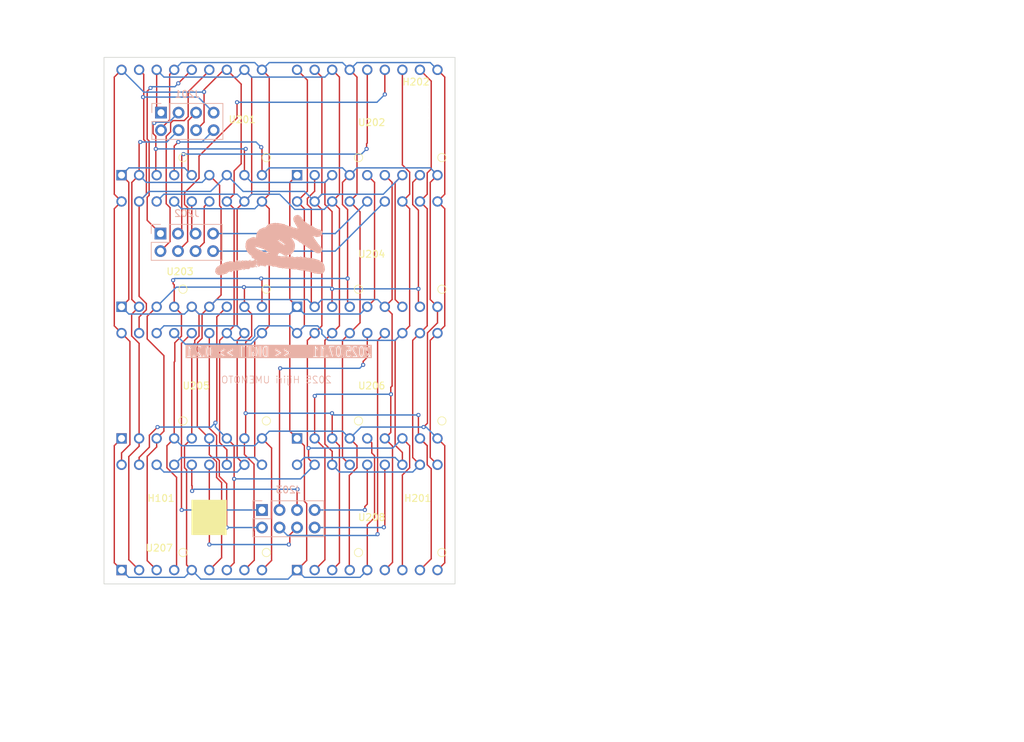
<source format=kicad_pcb>
(kicad_pcb (version 20241229) (generator "pcbnew") (generator_version "9.0")
  (layers (0 "F.Cu" signal) (2 "B.Cu" signal) (13 "F.Paste" user) (15 "B.Paste" user) (5 "F.SilkS" user "F.Silkscreen") (7 "B.SilkS" user "B.Silkscreen") (1 "F.Mask" user) (3 "B.Mask" user) (25 "Edge.Cuts" user))
  (net 0 "")
  (net 1 "COM5")
  (net 2 "COM7")
  (net 3 "COM6")
  (net 4 "COM3")
  (net 5 "COM0")
  (net 6 "COM4")
  (net 7 "COM2")
  (net 8 "COM1")
  (net 9 "ROW7")
  (net 10 "ROW5")
  (net 11 "ROW1")
  (net 12 "ROW6")
  (net 13 "ROW0")
  (net 14 "ROW2")
  (net 15 "ROW4")
  (net 16 "ROW3")
  (net 17 "ROW13")
  (net 18 "ROW10")
  (net 19 "ROW15")
  (net 20 "ROW9")
  (net 21 "ROW12")
  (net 22 "ROW14")
  (net 23 "ROW8")
  (net 24 "ROW11")
  (footprint "7seg-panel:SL-9263" (layer "F.Cu") (at 78.74 106.045)
    (property "Reference" "U206")
    (property "Value" "DA56-11EWA")
  )
  (footprint "7seg-panel:SL-9263" (layer "F.Cu") (at 78.74 67.945)
    (property "Reference" "U202")
    (property "Value" "DA56-11EWA")
  )
  (footprint "MountingHole:MountingHole_3.2mm_M3" (layer "F.Cu") (at 96.2 58.9 90)
    (property "Reference" "H202")
    (property "Value" "MountingHole")
  )
  (footprint "7seg-panel:SL-9263" (layer "F.Cu") (at 53.34 106.045)
    (property "Reference" "U205")
    (property "Value" "DA56-11EWA")
  )
  (footprint "7seg-panel:SL-9263" (layer "F.Cu") (at 53.34 67.945)
    (property "Reference" "U201")
    (property "Value" "DA56-11EWA")
  )
  (footprint "7seg-panel:SL-9263" (layer "F.Cu") (at 78.74 125.095)
    (property "Reference" "U208")
    (property "Value" "DA56-11EWA")
  )
  (footprint "MountingHole:MountingHole_3.2mm_M3" (layer "F.Cu") (at 59.05 118.9)
    (property "Reference" "H101")
    (property "Value" "MountingHole")
  )
  (footprint "7seg-panel:SL-9263" (layer "F.Cu") (at 78.74 86.995)
    (property "Reference" "U204")
    (property "Value" "DA56-11EWA")
  )
  (footprint "7seg-panel:SL-9263" (layer "F.Cu") (at 53.34 86.995)
    (property "Reference" "U203")
    (property "Value" "DA56-11EWA")
  )
  (footprint "7seg-panel:SL-9263" (layer "F.Cu") (at 53.34 125.095)
    (property "Reference" "U207")
    (property "Value" "DA56-11EWA")
  )
  (footprint "MountingHole:MountingHole_3.2mm_M3" (layer "F.Cu") (at 96.2 118.9)
    (property "Reference" "H201")
    (property "Value" "MountingHole")
  )
  (footprint "Connector_PinHeader_2.54mm:PinHeader_2x04_P2.54mm_Vertical" (layer "B.Cu") (at 73.66 116.4 -90)
    (property "Reference" "J203")
    (property "Value" "Conn_02x04_Odd_Even")
  )
  (footprint "LOGO" (layer "B.Cu") (at 76.55 78.15 180)
    (property "Reference" "G***" (hide yes))
    (property "Value" "LOGO" (hide yes))
  )
  (footprint "Connector_PinHeader_2.54mm:PinHeader_2x04_P2.54mm_Vertical" (layer "B.Cu") (at 58.97 76.4 -90)
    (property "Reference" "J202")
    (property "Value" "Conn_02x04_Odd_Even")
  )
  (footprint "Connector_PinHeader_2.54mm:PinHeader_2x04_P2.54mm_Vertical" (layer "B.Cu") (at 59.05 58.9 -90)
    (property "Reference" "J201")
    (property "Value" "Conn_02x04_Odd_Even")
  )
  (gr_rect (start 63.5 114.975) (end 68.5 119.975) (stroke (width 0.1)) (fill yes) (layer "F.SilkS"))
  (gr_rect (start 50.8 50.9) (end 101.6 127.1) (stroke (width 0.1)) (fill no) (layer "Edge.Cuts"))
  (gr_text "2025 Hijiri UMEMOTO" (at 83.8 98.15 -0) (layer "B.SilkS") (effects (font (size 1 1) (thickness 0.1)) (justify left bottom mirror)))
  (gr_text "2025.07.11    << DIGITI >> 0.2.1" (at 89.55 94.4 0) (layer "B.SilkS" knockout) (effects (font (size 1.5 1) (thickness 0.1)) (justify left bottom mirror)))
  (segment (start 93.98 66.460075) (end 95.03 67.510075) (width 0.2) (layer "F.Cu") (net 1))
  (segment (start 52.29 89.755) (end 52.29 72.805) (width 0.2) (layer "F.Cu") (net 1))
  (segment (start 93.98 90.805) (end 95.03 89.755) (width 0.2) (layer "F.Cu") (net 1))
  (segment (start 53.34 109.855) (end 53.34 108.145) (width 0.2) (layer "F.Cu") (net 1))
  (segment (start 93.98 52.705) (end 93.98 66.460075) (width 0.2) (layer "F.Cu") (net 1))
  (segment (start 54.55 92.015) (end 53.34 90.805) (width 0.2) (layer "F.Cu") (net 1))
  (segment (start 68.58 52.705) (end 68.146471 52.705) (width 0.2) (layer "F.Cu") (net 1))
  (segment (start 69.63 72.805) (end 68.58 71.755) (width 0.2) (layer "F.Cu") (net 1))
  (segment (start 68.58 107.68) (end 67.53 106.63) (width 0.2) (layer "F.Cu") (net 1))
  (segment (start 53.34 108.145) (end 54.55 106.935) (width 0.2) (layer "F.Cu") (net 1))
  (segment (start 68.146471 52.705) (end 65.625736 55.225736) (width 0.2) (layer "F.Cu") (net 1))
  (segment (start 79.79 72.805) (end 79.79 89.755) (width 0.2) (layer "F.Cu") (net 1))
  (segment (start 65.28 55.571472) (end 65.28 55.9) (width 0.2) (layer "F.Cu") (net 1))
  (segment (start 65.625736 55.225736) (end 65.28 55.571472) (width 0.2) (layer "F.Cu") (net 1))
  (segment (start 80.23 70.265) (end 78.74 71.755) (width 0.2) (layer "F.Cu") (net 1))
  (segment (start 78.74 52.705) (end 80.23 54.195) (width 0.2) (layer "F.Cu") (net 1))
  (segment (start 80.23 54.195) (end 80.23 70.265) (width 0.2) (layer "F.Cu") (net 1))
  (segment (start 52.29 53.755) (end 52.29 70.705) (width 0.2) (layer "F.Cu") (net 1))
  (segment (start 78.74 71.755) (end 79.79 72.805) (width 0.2) (layer "F.Cu") (net 1))
  (segment (start 95.03 89.755) (end 95.03 72.805) (width 0.2) (layer "F.Cu") (net 1))
  (segment (start 95.03 70.705) (end 93.98 71.755) (width 0.2) (layer "F.Cu") (net 1))
  (segment (start 93.98 108.08) (end 93.98 109.855) (width 0.2) (layer "F.Cu") (net 1))
  (segment (start 92.93 91.855) (end 92.93 107.03) (width 0.2) (layer "F.Cu") (net 1))
  (segment (start 67.53 106.63) (end 67.53 91.855) (width 0.2) (layer "F.Cu") (net 1))
  (segment (start 69.63 67.32) (end 69.63 70.705) (width 0.2) (layer "F.Cu") (net 1))
  (segment (start 69.63 70.705) (end 68.58 71.755) (width 0.2) (layer "F.Cu") (net 1))
  (segment (start 69.63 89.755) (end 69.63 72.805) (width 0.2) (layer "F.Cu") (net 1))
  (segment (start 65.28 60.29) (end 64.13 61.44) (width 0.2) (layer "F.Cu") (net 1))
  (segment (start 70.65 66.3) (end 69.63 67.32) (width 0.2) (layer "F.Cu") (net 1))
  (segment (start 95.03 67.510075) (end 95.03 70.705) (width 0.2) (layer "F.Cu") (net 1))
  (segment (start 68.58 52.705) (end 70.65 54.775) (width 0.2) (layer "F.Cu") (net 1))
  (segment (start 53.34 52.705) (end 52.29 53.755) (width 0.2) (layer "F.Cu") (net 1))
  (segment (start 79.79 89.755) (end 78.74 90.805) (width 0.2) (layer "F.Cu") (net 1))
  (segment (start 95.03 72.805) (end 93.98 71.755) (width 0.2) (layer "F.Cu") (net 1))
  (segment (start 68.58 109.855) (end 68.58 107.68) (width 0.2) (layer "F.Cu") (net 1))
  (segment (start 53.34 90.805) (end 52.29 89.755) (width 0.2) (layer "F.Cu") (net 1))
  (segment (start 52.29 70.705) (end 53.34 71.755) (width 0.2) (layer "F.Cu") (net 1))
  (segment (start 70.65 54.775) (end 70.65 66.3) (width 0.2) (layer "F.Cu") (net 1))
  (segment (start 93.98 90.805) (end 92.93 91.855) (width 0.2) (layer "F.Cu") (net 1))
  (segment (start 54.55 106.935) (end 54.55 92.015) (width 0.2) (layer "F.Cu") (net 1))
  (segment (start 68.58 90.805) (end 69.63 89.755) (width 0.2) (layer "F.Cu") (net 1))
  (segment (start 92.93 107.03) (end 93.98 108.08) (width 0.2) (layer "F.Cu") (net 1))
  (segment (start 67.53 91.855) (end 68.58 90.805) (width 0.2) (layer "F.Cu") (net 1))
  (segment (start 52.29 72.805) (end 53.34 71.755) (width 0.2) (layer "F.Cu") (net 1))
  (segment (start 65.28 55.9) (end 65.28 60.29) (width 0.2) (layer "F.Cu") (net 1))
  (via (at 65.28 55.9) (size 0.6) (drill 0.3) (layers "F.Cu" "B.Cu") (net 1))
  (segment (start 72.61 91.289314) (end 72.61 90.34) (width 0.2) (layer "B.Cu") (net 1))
  (segment (start 79.79 108.805) (end 92.93 108.805) (width 0.2) (layer "B.Cu") (net 1))
  (segment (start 78.74 109.855) (end 79.79 108.805) (width 0.2) (layer "B.Cu") (net 1))
  (segment (start 78.74 90.805) (end 79.79 89.755) (width 0.2) (layer "B.Cu") (net 1))
  (segment (start 72.044314 91.855) (end 72.61 91.289314) (width 0.2) (layer "B.Cu") (net 1))
  (segment (start 68.58 90.805) (end 69.63 91.855) (width 0.2) (layer "B.Cu") (net 1))
  (segment (start 65.25 55.93) (end 65.28 55.9) (width 0.2) (layer "B.Cu") (net 1))
  (segment (start 82.33 90.370075) (end 82.33 90.93) (width 0.2) (layer "B.Cu") (net 1))
  (segment (start 69.63 91.855) (end 72.044314 91.855) (width 0.2) (layer "B.Cu") (net 1))
  (segment (start 92.93 108.805) (end 93.98 109.855) (width 0.2) (layer "B.Cu") (net 1))
  (segment (start 56.565 55.93) (end 65.25 55.93) (width 0.2) (layer "B.Cu") (net 1))
  (segment (start 92.93 91.855) (end 93.98 90.805) (width 0.2) (layer "B.Cu") (net 1))
  (segment (start 83.255 91.855) (end 92.93 91.855) (width 0.2) (layer "B.Cu") (net 1))
  (segment (start 82.33 90.93) (end 83.255 91.855) (width 0.2) (layer "B.Cu") (net 1))
  (segment (start 79.79 89.755) (end 81.714925 89.755) (width 0.2) (layer "B.Cu") (net 1))
  (segment (start 72.61 90.34) (end 73.195 89.755) (width 0.2) (layer "B.Cu") (net 1))
  (segment (start 53.34 52.705) (end 56.565 55.93) (width 0.2) (layer "B.Cu") (net 1))
  (segment (start 73.195 89.755) (end 77.69 89.755) (width 0.2) (layer "B.Cu") (net 1))
  (segment (start 81.714925 89.755) (end 82.33 90.370075) (width 0.2) (layer "B.Cu") (net 1))
  (segment (start 77.69 89.755) (end 78.74 90.805) (width 0.2) (layer "B.Cu") (net 1))
  (segment (start 99.06 106.045) (end 100.11 107.095) (width 0.2) (layer "F.Cu") (net 2))
  (segment (start 86.3 125.035) (end 86.36 125.095) (width 0.2) (layer "F.Cu") (net 2))
  (segment (start 87.41 110.289925) (end 86.3 111.399925) (width 0.2) (layer "F.Cu") (net 2))
  (segment (start 97.61 103.84) (end 97.05 104.4) (width 0.2) (layer "F.Cu") (net 2))
  (segment (start 86.05 72.929925) (end 86.05 86.685) (width 0.2) (layer "F.Cu") (net 2))
  (segment (start 100.11 107.095) (end 100.11 124.045) (width 0.2) (layer "F.Cu") (net 2))
  (segment (start 60.8 83.65) (end 60.96 83.81) (width 0.2) (layer "F.Cu") (net 2))
  (segment (start 86.36 106.045) (end 87.41 107.095) (width 0.2) (layer "F.Cu") (net 2))
  (segment (start 87.41 107.095) (end 87.41 110.289925) (width 0.2) (layer "F.Cu") (net 2))
  (segment (start 86.05 86.685) (end 86.36 86.995) (width 0.2) (layer "F.Cu") (net 2))
  (segment (start 60.96 83.81) (end 60.96 86.995) (width 0.2) (layer "F.Cu") (net 2))
  (segment (start 99.06 67.945) (end 98.01 68.995) (width 0.2) (layer "F.Cu") (net 2))
  (segment (start 98.01 68.995) (end 98.01 85.945) (width 0.2) (layer "F.Cu") (net 2))
  (segment (start 73.66 83.01) (end 73.55 82.9) (width 0.2) (layer "F.Cu") (net 2))
  (segment (start 85.31 68.995) (end 85.31 72.189925) (width 0.2) (layer "F.Cu") (net 2))
  (segment (start 59.91 110.289925) (end 59.91 107.095) (width 0.2) (layer "F.Cu") (net 2))
  (segment (start 59.91 107.095) (end 60.96 106.045) (width 0.2) (layer "F.Cu") (net 2))
  (segment (start 60.96 94.99) (end 61.05 94.9) (width 0.2) (layer "F.Cu") (net 2))
  (segment (start 86.3 111.399925) (end 86.3 125.035) (width 0.2) (layer "F.Cu") (net 2))
  (segment (start 99.06 86.995) (end 99.06 89.320075) (width 0.2) (layer "F.Cu") (net 2))
  (segment (start 75.05 107.435) (end 75.05 123.705) (width 0.2) (layer "F.Cu") (net 2))
  (segment (start 73.66 64.01) (end 73.66 67.945) (width 0.2) (layer "F.Cu") (net 2))
  (segment (start 99.06 89.320075) (end 97.61 90.770075) (width 0.2) (layer "F.Cu") (net 2))
  (segment (start 62.01 88.045) (end 60.96 86.995) (width 0.2) (layer "F.Cu") (net 2))
  (segment (start 61.05 94.9) (end 61.05 92.199925) (width 0.2) (layer "F.Cu") (net 2))
  (segment (start 75.05 123.705) (end 73.66 125.095) (width 0.2) (layer "F.Cu") (net 2))
  (segment (start 60.96 125.095) (end 61.3 124.755) (width 0.2) (layer "F.Cu") (net 2))
  (segment (start 60.96 106.045) (end 60.96 94.99) (width 0.2) (layer "F.Cu") (net 2))
  (segment (start 73.55 63.9) (end 73.66 64.01) (width 0.2) (layer "F.Cu") (net 2))
  (segment (start 60.96 63.74) (end 61.55 63.15) (width 0.2) (layer "F.Cu") (net 2))
  (segment (start 60.8 83.15) (end 60.8 83.65) (width 0.2) (layer "F.Cu") (net 2))
  (segment (start 86.36 67.945) (end 85.31 68.995) (width 0.2) (layer "F.Cu") (net 2))
  (segment (start 61.05 92.199925) (end 62.01 91.239925) (width 0.2) (layer "F.Cu") (net 2))
  (segment (start 73.66 106.045) (end 75.05 107.435) (width 0.2) (layer "F.Cu") (net 2))
  (segment (start 60.96 67.945) (end 60.96 63.74) (width 0.2) (layer "F.Cu") (net 2))
  (segment (start 100.11 124.045) (end 99.06 125.095) (width 0.2) (layer "F.Cu") (net 2))
  (segment (start 61.3 124.755) (end 61.3 111.679925) (width 0.2) (layer "F.Cu") (net 2))
  (segment (start 97.61 90.770075) (end 97.61 103.84) (width 0.2) (layer "F.Cu") (net 2))
  (segment (start 73.66 86.995) (end 73.66 83.01) (width 0.2) (layer "F.Cu") (net 2))
  (segment (start 85.31 72.189925) (end 86.05 72.929925) (width 0.2) (layer "F.Cu") (net 2))
  (segment (start 98.01 85.945) (end 99.06 86.995) (width 0.2) (layer "F.Cu") (net 2))
  (segment (start 62.01 91.239925) (end 62.01 88.045) (width 0.2) (layer "F.Cu") (net 2))
  (segment (start 61.3 111.679925) (end 59.91 110.289925) (width 0.2) (layer "F.Cu") (net 2))
  (via (at 97.05 104.4) (size 0.6) (drill 0.3) (layers "F.Cu" "B.Cu") (net 2))
  (via (at 61.55 63.15) (size 0.6) (drill 0.3) (layers "F.Cu" "B.Cu") (net 2))
  (via (at 73.55 63.9) (size 0.6) (drill 0.3) (layers "F.Cu" "B.Cu") (net 2))
  (via (at 86.05 82.9) (size 0.6) (drill 0.3) (layers "F.Cu" "B.Cu") (net 2))
  (via (at 60.8 83.15) (size 0.6) (drill 0.3) (layers "F.Cu" "B.Cu") (net 2))
  (via (at 73.55 82.9) (size 0.6) (drill 0.3) (layers "F.Cu" "B.Cu") (net 2))
  (segment (start 73.66 67.945) (end 74.71 66.895) (width 0.2) (layer "B.Cu") (net 2))
  (segment (start 87.41 66.895) (end 98.01 66.895) (width 0.2) (layer "B.Cu") (net 2))
  (segment (start 73.55 82.9) (end 86.05 82.9) (width 0.2) (layer "B.Cu") (net 2))
  (segment (start 64.96 63.15) (end 63.201471 63.15) (width 0.2) (layer "B.Cu") (net 2))
  (segment (start 86.36 106.045) (end 85.31 104.995) (width 0.2) (layer "B.Cu") (net 2))
  (segment (start 73.55 82.9) (end 61.05 82.9) (width 0.2) (layer "B.Cu") (net 2))
  (segment (start 88.005 104.4) (end 97.05 104.4) (width 0.2) (layer "B.Cu") (net 2))
  (segment (start 64.96 63.15) (end 66.67 61.44) (width 0.2) (layer "B.Cu") (net 2))
  (segment (start 85.31 66.895) (end 86.36 67.945) (width 0.2) (layer "B.Cu") (net 2))
  (segment (start 72.605 107.095) (end 62.01 107.095) (width 0.2) (layer "B.Cu") (net 2))
  (segment (start 72.8 63.15) (end 73.55 63.9) (width 0.2) (layer "B.Cu") (net 2))
  (segment (start 85.31 104.995) (end 74.71 104.995) (width 0.2) (layer "B.Cu") (net 2))
  (segment (start 61.55 63.15) (end 64.96 63.15) (width 0.2) (layer "B.Cu") (net 2))
  (segment (start 97.05 104.4) (end 97.415 104.4) (width 0.2) (layer "B.Cu") (net 2))
  (segment (start 73.655 106.045) (end 72.605 107.095) (width 0.2) (layer "B.Cu") (net 2))
  (segment (start 98.01 66.895) (end 99.06 67.945) (width 0.2) (layer "B.Cu") (net 2))
  (segment (start 62.01 107.095) (end 60.96 106.045) (width 0.2) (layer "B.Cu") (net 2))
  (segment (start 61.05 82.9) (end 60.8 83.15) (width 0.2) (layer "B.Cu") (net 2))
  (segment (start 97.415 104.4) (end 99.06 106.045) (width 0.2) (layer "B.Cu") (net 2))
  (segment (start 86.36 106.045) (end 88.005 104.4) (width 0.2) (layer "B.Cu") (net 2))
  (segment (start 73.66 106.045) (end 73.655 106.045) (width 0.2) (layer "B.Cu") (net 2))
  (segment (start 74.71 104.995) (end 73.66 106.045) (width 0.2) (layer "B.Cu") (net 2))
  (segment (start 86.36 67.945) (end 87.41 66.895) (width 0.2) (layer "B.Cu") (net 2))
  (segment (start 74.71 66.895) (end 85.31 66.895) (width 0.2) (layer "B.Cu") (net 2))
  (segment (start 63.201471 63.15) (end 72.8 63.15) (width 0.2) (layer "B.Cu") (net 2))
  (segment (start 55.88 88.479925) (end 55.88 90.805) (width 0.2) (layer "F.Cu") (net 3))
  (segment (start 80.4 107.444429) (end 80.4 108.975) (width 0.2) (layer "F.Cu") (net 3))
  (segment (start 82.33 72.93) (end 82.33 89.755) (width 0.2) (layer "F.Cu") (net 3))
  (segment (start 80.4 108.975) (end 81.28 109.855) (width 0.2) (layer "F.Cu") (net 3))
  (segment (start 67.13 88.445) (end 68.58 86.995) (width 0.2) (layer "F.Cu") (net 3))
  (segment (start 68.58 125.095) (end 69.63 124.045) (width 0.2) (layer "F.Cu") (net 3))
  (segment (start 95.03 107.095) (end 93.98 106.045) (width 0.2) (layer "F.Cu") (net 3))
  (segment (start 80.23 91.855) (end 80.23 107.274429) (width 0.2) (layer "F.Cu") (net 3))
  (segment (start 55.88 108.79434) (end 57.37 107.30434) (width 0.2) (layer "F.Cu") (net 3))
  (segment (start 69.63 107.095) (end 68.58 106.045) (width 0.2) (layer "F.Cu") (net 3))
  (segment (start 95.03 110.289925) (end 95.03 107.095) (width 0.2) (layer "F.Cu") (net 3))
  (segment (start 55.88 109.855) (end 55.88 108.79434) (width 0.2) (layer "F.Cu") (net 3))
  (segment (start 69.63 124.045) (end 69.63 111.9) (width 0.2) (layer "F.Cu") (net 3))
  (segment (start 92.93 85.945) (end 93.98 86.995) (width 0.2) (layer "F.Cu") (net 3))
  (segment (start 66.925 103.775) (end 67.13 103.57) (width 0.2) (layer "F.Cu") (net 3))
  (segment (start 56.55 53.375) (end 56.55 62.801471) (width 0.2) (layer "F.Cu") (net 3))
  (segment (start 57.37 107.30434) (end 57.37 105.58) (width 0.2) (layer "F.Cu") (net 3))
  (segment (start 55.88 52.705) (end 56.55 53.375) (width 0.2) (layer "F.Cu") (net 3))
  (segment (start 81.28 52.705) (end 82.33 53.755) (width 0.2) (layer "F.Cu") (net 3))
  (segment (start 81.28 90.805) (end 80.23 91.855) (width 0.2) (layer "F.Cu") (net 3))
  (segment (start 57.37 105.58) (end 58.55 104.4) (width 0.2) (layer "F.Cu") (net 3))
  (segment (start 56.93 86.53) (end 56.93 87.429925) (width 0.2) (layer "F.Cu") (net 3))
  (segment (start 82.33 53.755) (end 82.33 70.705) (width 0.2) (layer "F.Cu") (net 3))
  (segment (start 81.28 71.755) (end 81.28 71.88) (width 0.2) (layer "F.Cu") (net 3))
  (segment (start 55.88 85.48) (end 56.93 86.53) (width 0.2) (layer "F.Cu") (net 3))
  (segment (start 55.88 71.755) (end 55.88 85.48) (width 0.2) (layer "F.Cu") (net 3))
  (segment (start 56.93 63.181471) (end 56.93 70.705) (width 0.2) (layer "F.Cu") (net 3))
  (segment (start 82.33 89.755) (end 81.28 90.805) (width 0.2) (layer "F.Cu") (net 3))
  (segment (start 56.93 87.429925) (end 55.88 88.479925) (width 0.2) (layer "F.Cu") (net 3))
  (segment (start 92.93 68.995) (end 92.93 85.945) (width 0.2) (layer "F.Cu") (net 3))
  (segment (start 93.98 111.339925) (end 95.03 110.289925) (width 0.2) (layer "F.Cu") (net 3))
  (segment (start 81.28 71.88) (end 82.33 72.93) (width 0.2) (layer "F.Cu") (net 3))
  (segment (start 80.23 107.274429) (end 80.4 107.444429) (width 0.2) (layer "F.Cu") (net 3))
  (segment (start 93.98 67.945) (end 92.93 68.995) (width 0.2) (layer "F.Cu") (net 3))
  (segment (start 67.13 103.57) (end 67.13 88.445) (width 0.2) (layer "F.Cu") (net 3))
  (segment (start 56.55 62.801471) (end 56.93 63.181471) (width 0.2) (layer "F.Cu") (net 3))
  (segment (start 56.93 70.705) (end 55.88 71.755) (width 0.2) (layer "F.Cu") (net 3))
  (segment (start 82.33 70.705) (end 81.28 71.755) (width 0.2) (layer "F.Cu") (net 3))
  (segment (start 69.63 111.9) (end 69.63 107.095) (width 0.2) (layer "F.Cu") (net 3))
  (segment (start 93.98 125.095) (end 93.98 111.339925) (width 0.2) (layer "F.Cu") (net 3))
  (via (at 69.63 111.9) (size 0.6) (drill 0.3) (layers "F.Cu" "B.Cu") (net 3))
  (via (at 56.45 56.65) (size 0.6) (drill 0.3) (layers "F.Cu" "B.Cu") (net 3))
  (via (at 58.55 104.4) (size 0.6) (drill 0.3) (layers "F.Cu" "B.Cu") (net 3))
  (via (at 80.4 107.444429) (size 0.6) (drill 0.3) (layers "F.Cu" "B.Cu") (net 3))
  (via (at 66.925 103.775) (size 0.6) (drill 0.3) (layers "F.Cu" "B.Cu") (net 3))
  (segment (start 66.3 104.4) (end 66.925 103.775) (width 0.2) (layer "B.Cu") (net 3))
  (segment (start 66.925 104.39) (end 68.58 106.045) (width 0.2) (layer "B.Cu") (net 3))
  (segment (start 64.42 56.65) (end 56.45 56.65) (width 0.2) (layer "B.Cu") (net 3))
  (segment (start 70.94 70.305) (end 68.58 67.945) (width 0.2) (layer "B.Cu") (net 3))
  (segment (start 58.55 104.4) (end 66.3 104.4) (width 0.2) (layer "B.Cu") (net 3))
  (segment (start 93.98 67.945) (end 91.22 70.705) (width 0.2) (layer "B.Cu") (net 3))
  (segment (start 79.83 70.305) (end 70.94 70.305) (width 0.2) (layer "B.Cu") (net 3))
  (segment (start 93.98 106.045) (end 92.580571 107.444429) (width 0.2) (layer "B.Cu") (net 3))
  (segment (start 66.22 70.305) (end 57.33 70.305) (width 0.2) (layer "B.Cu") (net 3))
  (segment (start 66.925 103.775) (end 66.925 104.39) (width 0.2) (layer "B.Cu") (net 3))
  (segment (start 66.67 58.9) (end 64.42 56.65) (width 0.2) (layer "B.Cu") (net 3))
  (segment (start 57.33 70.305) (end 55.88 71.755) (width 0.2) (layer "B.Cu") (net 3))
  (segment (start 79.235 111.9) (end 69.63 111.9) (width 0.2) (layer "B.Cu") (net 3))
  (segment (start 81.28 71.755) (end 79.83 70.305) (width 0.2) (layer "B.Cu") (net 3))
  (segment (start 68.58 67.945) (end 66.22 70.305) (width 0.2) (layer "B.Cu") (net 3))
  (segment (start 91.22 70.705) (end 82.33 70.705) (width 0.2) (layer "B.Cu") (net 3))
  (segment (start 81.28 109.855) (end 79.235 111.9) (width 0.2) (layer "B.Cu") (net 3))
  (segment (start 92.580571 107.444429) (end 80.4 107.444429) (width 0.2) (layer "B.Cu") (net 3))
  (segment (start 82.33 70.705) (end 81.28 71.755) (width 0.2) (layer "B.Cu") (net 3))
  (segment (start 66.04 108.39) (end 66.04 106.045) (width 0.2) (layer "F.Cu") (net 4))
  (segment (start 81.28 99.92) (end 81.3 99.9) (width 0.2) (layer "F.Cu") (net 4))
  (segment (start 66.474925 108.805) (end 66.455 108.805) (width 0.2) (layer "F.Cu") (net 4))
  (segment (start 54.39 123.605) (end 54.39 108.6725) (width 0.2) (layer "F.Cu") (net 4))
  (segment (start 54.83 68.995) (end 54.83 85.945) (width 0.2) (layer "F.Cu") (net 4))
  (segment (start 81.28 70.270075) (end 80.23 71.320075) (width 0.2) (layer "F.Cu") (net 4))
  (segment (start 81.28 106.045) (end 81.28 99.92) (width 0.2) (layer "F.Cu") (net 4))
  (segment (start 92.49 68.995) (end 92.49 85.945) (width 0.2) (layer "F.Cu") (net 4))
  (segment (start 92.3 105.185) (end 91.44 106.045) (width 0.2) (layer "F.Cu") (net 4))
  (segment (start 91.44 67.945) (end 92.49 68.995) (width 0.2) (layer "F.Cu") (net 4))
  (segment (start 92.49 88.045) (end 92.49 98.46) (width 0.2) (layer "F.Cu") (net 4))
  (segment (start 67.09 109.420075) (end 66.474925 108.805) (width 0.2) (layer "F.Cu") (net 4))
  (segment (start 64.99 88.045) (end 66.04 86.995) (width 0.2) (layer "F.Cu") (net 4))
  (segment (start 92.55 123.985) (end 92.55 107.155) (width 0.2) (layer "F.Cu") (net 4))
  (segment (start 81.28 67.945) (end 81.28 70.270075) (width 0.2) (layer "F.Cu") (net 4))
  (segment (start 66.04 106.045) (end 64.3 104.305) (width 0.2) (layer "F.Cu") (net 4))
  (segment (start 67.82 112.425) (end 67.09 111.695) (width 0.2) (layer "F.Cu") (net 4))
  (segment (start 55.88 125.095) (end 54.39 123.605) (width 0.2) (layer "F.Cu") (net 4))
  (segment (start 82.77 107.535) (end 81.28 106.045) (width 0.2) (layer "F.Cu") (net 4))
  (segment (start 91.44 125.095) (end 92.55 123.985) (width 0.2) (layer "F.Cu") (net 4))
  (segment (start 55.88 106.045) (end 55.88 92.289925) (width 0.2) (layer "F.Cu") (net 4))
  (segment (start 92.55 107.155) (end 91.44 106.045) (width 0.2) (layer "F.Cu") (net 4))
  (segment (start 67.09 111.695) (end 67.09 109.420075) (width 0.2) (layer "F.Cu") (net 4))
  (segment (start 66.04 67.945) (end 67.53 69.435) (width 0.2) (layer "F.Cu") (net 4))
  (segment (start 66.04 125.095) (end 67.82 123.315) (width 0.2) (layer "F.Cu") (net 4))
  (segment (start 55.88 63.32) (end 55.88 67.945) (width 0.2) (layer "F.Cu") (net 4))
  (segment (start 64.3 92.415686) (end 64.334925 92.380761) (width 0.2) (layer "F.Cu") (net 4))
  (segment (start 64.3 104.305) (end 64.3 92.415686) (width 0.2) (layer "F.Cu") (net 4))
  (segment (start 54.39 108.6725) (end 55.88 107.1825) (width 0.2) (layer "F.Cu") (net 4))
  (segment (start 91.44 86.995) (end 92.49 88.045) (width 0.2) (layer "F.Cu") (net 4))
  (segment (start 80.8 86.515) (end 81.28 86.995) (width 0.2) (layer "F.Cu") (net 4))
  (segment (start 67.74 85.295) (end 66.04 86.995) (width 0.2) (layer "F.Cu") (net 4))
  (segment (start 55.88 67.945) (end 54.83 68.995) (width 0.2) (layer "F.Cu") (net 4))
  (segment (start 56.05 63.15) (end 55.88 63.32) (width 0.2) (layer "F.Cu") (net 4))
  (segment (start 67.74 72.59) (end 67.74 85.295) (width 0.2) (layer "F.Cu") (net 4))
  (segment (start 54.83 85.945) (end 55.88 86.995) (width 0.2) (layer "F.Cu") (net 4))
  (segment (start 67.53 72.38) (end 67.74 72.59) (width 0.2) (layer "F.Cu") (net 4))
  (segment (start 92.49 98.46) (end 92.3 98.65) (width 0.2) (layer "F.Cu") (net 4))
  (segment (start 64.334925 92.380761) (end 64.334925 92.195075) (width 0.2) (layer "F.Cu") (net 4))
  (segment (start 82.77 123.605) (end 82.77 107.535) (width 0.2) (layer "F.Cu") (net 4))
  (segment (start 67.82 123.315) (end 67.82 112.425) (width 0.2) (layer "F.Cu") (net 4))
  (segment (start 54.8 91.209925) (end 54.8 88.075) (width 0.2) (layer "F.Cu") (net 4))
  (segment (start 55.88 107.1825) (end 55.88 106.045) (width 0.2) (layer "F.Cu") (net 4))
  (segment (start 55.88 92.289925) (end 54.8 91.209925) (width 0.2) (layer "F.Cu") (net 4))
  (segment (start 64.334925 92.195075) (end 64.99 91.54) (width 0.2) (layer "F.Cu") (net 4))
  (segment (start 66.455 108.805) (end 66.04 108.39) (width 0.2) (layer "F.Cu") (net 4))
  (segment (start 81.28 125.095) (end 82.77 123.605) (width 0.2) (layer "F.Cu") (net 4))
  (segment (start 92.49 85.945) (end 91.44 86.995) (width 0.2) (layer "F.Cu") (net 4))
  (segment (start 80.23 71.320075) (end 80.23 72.189925) (width 0.2) (layer "F.Cu") (net 4))
  (segment (start 92.3 98.65) (end 92.3 105.185) (width 0.2) (layer "F.Cu") (net 4))
  (segment (start 64.99 91.54) (end 64.99 88.045) (width 0.2) (layer "F.Cu") (net 4))
  (segment (start 67.53 69.435) (end 67.53 72.38) (width 0.2) (layer "F.Cu") (net 4))
  (segment (start 54.8 88.075) (end 55.88 86.995) (width 0.2) (layer "F.Cu") (net 4))
  (segment (start 80.8 72.759925) (end 80.8 86.515) (width 0.2) (layer "F.Cu") (net 4))
  (segment (start 80.23 72.189925) (end 80.8 72.759925) (width 0.2) (layer "F.Cu") (net 4))
  (via (at 92.33 99.65) (size 0.6) (drill 0.3) (layers "F.Cu" "B.Cu") (net 4))
  (via (at 81.3 99.9) (size 0.6) (drill 0.3) (layers "F.Cu" "B.Cu") (net 4))
  (via (at 56.05 63.15) (size 0.6) (drill 0.3) (layers "F.Cu" "B.Cu") (net 4))
  (segment (start 90.39 85.945) (end 91.44 86.995) (width 0.2) (layer "B.Cu") (net 4))
  (segment (start 82.33 85.945) (end 90.39 85.945) (width 0.2) (layer "B.Cu") (net 4))
  (segment (start 56.05 63.15) (end 59.88 63.15) (width 0.2) (layer "B.Cu") (net 4))
  (segment (start 64.99 68.995) (end 56.93 68.995) (width 0.2) (layer "B.Cu") (net 4))
  (segment (start 66.04 67.945) (end 64.99 68.995) (width 0.2) (layer "B.Cu") (net 4))
  (segment (start 81.55 99.65) (end 92.33 99.65) (width 0.2) (layer "B.Cu") (net 4))
  (segment (start 81.28 86.995) (end 82.33 85.945) (width 0.2) (layer "B.Cu") (net 4))
  (segment (start 81.3 99.9) (end 81.55 99.65) (width 0.2) (layer "B.Cu") (net 4))
  (segment (start 67.09 85.945) (end 80.23 85.945) (width 0.2) (layer "B.Cu") (net 4))
  (segment (start 59.88 63.15) (end 61.59 61.44) (width 0.2) (layer "B.Cu") (net 4))
  (segment (start 80.23 85.945) (end 81.28 86.995) (width 0.2) (layer "B.Cu") (net 4))
  (segment (start 66.04 86.995) (end 67.09 85.945) (width 0.2) (layer "B.Cu") (net 4))
  (segment (start 56.93 68.995) (end 55.88 67.945) (width 0.2) (layer "B.Cu") (net 4))
  (segment (start 95.47 91.855) (end 95.47 108.805) (width 0.2) (layer "F.Cu") (net 5))
  (segment (start 98.15 67.05) (end 97.57 67.63) (width 0.2) (layer "F.Cu") (net 5))
  (segment (start 97.57 70.705) (end 96.52 71.755) (width 0.2) (layer "F.Cu") (net 5))
  (segment (start 82.77 91.855) (end 82.77 106.87) (width 0.2) (layer "F.Cu") (net 5))
  (segment (start 98.15 54.335) (end 98.15 67.05) (width 0.2) (layer "F.Cu") (net 5))
  (segment (start 96.52 90.805) (end 97.57 89.755) (width 0.2) (layer "F.Cu") (net 5))
  (segment (start 96.52 90.805) (end 95.47 91.855) (width 0.2) (layer "F.Cu") (net 5))
  (segment (start 97.57 89.755) (end 97.57 72.805) (width 0.2) (layer "F.Cu") (net 5))
  (segment (start 83.82 71.755) (end 84.87 72.805) (width 0.2) (layer "F.Cu") (net 5))
  (segment (start 83.82 52.705) (end 84.87 53.755) (width 0.2) (layer "F.Cu") (net 5))
  (segment (start 84.87 53.755) (end 84.87 70.705) (width 0.2) (layer "F.Cu") (net 5))
  (segment (start 70.07 108.805) (end 70.07 91.855) (width 0.2) (layer "F.Cu") (net 5))
  (segment (start 70.07 89.755) (end 70.07 72.805) (width 0.2) (layer "F.Cu") (net 5))
  (segment (start 72.17 53.755) (end 72.17 70.705) (width 0.2) (layer "F.Cu") (net 5))
  (segment (start 71.12 90.805) (end 70.07 89.755) (width 0.2) (layer "F.Cu") (net 5))
  (segment (start 70.07 72.805) (end 71.12 71.755) (width 0.2) (layer "F.Cu") (net 5))
  (segment (start 83.82 107.92) (end 83.82 109.855) (width 0.2) (layer "F.Cu") (net 5))
  (segment (start 84.87 89.755) (end 83.82 90.805) (width 0.2) (layer "F.Cu") (net 5))
  (segment (start 97.57 67.63) (end 97.57 70.705) (width 0.2) (layer "F.Cu") (net 5))
  (segment (start 71.12 52.705) (end 72.17 53.755) (width 0.2) (layer "F.Cu") (net 5))
  (segment (start 72.17 70.705) (end 71.12 71.755) (width 0.2) (layer "F.Cu") (net 5))
  (segment (start 83.82 90.805) (end 82.77 91.855) (width 0.2) (layer "F.Cu") (net 5))
  (segment (start 97.57 72.805) (end 96.52 71.755) (width 0.2) (layer "F.Cu") (net 5))
  (segment (start 84.87 70.705) (end 83.82 71.755) (width 0.2) (layer "F.Cu") (net 5))
  (segment (start 58.42 52.705) (end 58.42 58.27) (width 0.2) (layer "F.Cu") (net 5))
  (segment (start 70.07 91.855) (end 71.12 90.805) (width 0.2) (layer "F.Cu") (net 5))
  (segment (start 95.47 108.805) (end 96.52 109.855) (width 0.2) (layer "F.Cu") (net 5))
  (segment (start 96.52 52.705) (end 98.15 54.335) (width 0.2) (layer "F.Cu") (net 5))
  (segment (start 82.77 106.87) (end 83.82 107.92) (width 0.2) (layer "F.Cu") (net 5))
  (segment (start 71.12 109.855) (end 70.07 108.805) (width 0.2) (layer "F.Cu") (net 5))
  (segment (start 84.87 72.805) (end 84.87 89.755) (width 0.2) (layer "F.Cu") (net 5))
  (segment (start 58.42 58.27) (end 59.05 58.9) (width 0.2) (layer "F.Cu") (net 5))
  (segment (start 71.12 71.755) (end 72.17 70.705) (width 0.2) (layer "B.Cu") (net 5))
  (segment (start 72.17 53.755) (end 82.77 53.755) (width 0.2) (layer "B.Cu") (net 5))
  (segment (start 70.07 89.755) (end 71.12 90.805) (width 0.2) (layer "B.Cu") (net 5))
  (segment (start 95.47 110.905) (end 84.87 110.905) (width 0.2) (layer "B.Cu") (net 5))
  (segment (start 72.17 70.705) (end 76.205075 70.705) (width 0.2) (layer "B.Cu") (net 5))
  (segment (start 70.07 110.905) (end 71.12 109.855) (width 0.2) (layer "B.Cu") (net 5))
  (segment (start 70.07 53.755) (end 71.12 52.705) (width 0.2) (layer "B.Cu") (net 5))
  (segment (start 58.42 90.805) (end 59.47 89.755) (width 0.2) (layer "B.Cu") (net 5))
  (segment (start 59.47 89.755) (end 70.07 89.755) (width 0.2) (layer "B.Cu") (net 5))
  (segment (start 78.400075 72.9) (end 82.675 72.9) (width 0.2) (layer "B.Cu") (net 5))
  (segment (start 71.12 52.705) (end 72.17 53.755) (width 0.2) (layer "B.Cu") (net 5))
  (segment (start 59.47 70.705) (end 70.07 70.705) (width 0.2) (layer "B.Cu") (net 5))
  (segment (start 96.52 109.855) (end 95.47 110.905) (width 0.2) (layer "B.Cu") (net 5))
  (segment (start 76.205075 70.705) (end 78.400075 72.9) (width 0.2) (layer "B.Cu") (net 5))
  (segment (start 70.07 70.705) (end 71.12 71.755) (width 0.2) (layer "B.Cu") (net 5))
  (segment (start 58.42 71.755) (end 59.47 70.705) (width 0.2) (layer "B.Cu") (net 5))
  (segment (start 58.42 52.705) (end 59.47 53.755) (width 0.2) (layer "B.Cu") (net 5))
  (segment (start 82.675 72.9) (end 83.82 71.755) (width 0.2) (layer "B.Cu") (net 5))
  (segment (start 59.47 53.755) (end 70.07 53.755) (width 0.2) (layer "B.Cu") (net 5))
  (segment (start 82.77 53.755) (end 83.82 52.705) (width 0.2) (layer "B.Cu") (net 5))
  (segment (start 58.42 58.27) (end 59.05 58.9) (width 0.2) (layer "B.Cu") (net 5))
  (segment (start 59.47 110.905) (end 70.07 110.905) (width 0.2) (layer "B.Cu") (net 5))
  (segment (start 84.87 110.905) (end 83.82 109.855) (width 0.2) (layer "B.Cu") (net 5))
  (segment (start 58.42 109.855) (end 59.47 110.905) (width 0.2) (layer "B.Cu") (net 5))
  (segment (start 88.9 125.095) (end 88.9 118.55) (width 0.2) (layer "F.Cu") (net 6))
  (segment (start 89.55 108.15) (end 89.55 106.695) (width 0.2) (layer "F.Cu") (net 6))
  (segment (start 78.74 106.045) (end 77.69 104.995) (width 0.2) (layer "F.Cu") (net 6))
  (segment (start 62.75 110.589925) (end 62.45 110.289925) (width 0.2) (layer "F.Cu") (net 6))
  (segment (start 77.69 104.995) (end 77.69 88.045) (width 0.2) (layer "F.Cu") (net 6))
  (segment (start 52.29 124.045) (end 52.29 107.095) (width 0.2) (layer "F.Cu") (net 6))
  (segment (start 77.69 88.045) (end 78.74 86.995) (width 0.2) (layer "F.Cu") (net 6))
  (segment (start 64.55 91.239925) (end 63.934925 91.855) (width 0.2) (layer "F.Cu") (net 6))
  (segment (start 89.95 68.995) (end 89.95 85.945) (width 0.2) (layer "F.Cu") (net 6))
  (segment (start 79.8 107.105) (end 79.8 115.15) (width 0.2) (layer "F.Cu") (net 6))
  (segment (start 62.98 67.425) (end 62.98 60.05) (width 0.2) (layer "F.Cu") (net 6))
  (segment (start 89.95 117.5) (end 89.95 108.55) (width 0.2) (layer "F.Cu") (net 6))
  (segment (start 52.29 107.095) (end 53.34 106.045) (width 0.2) (layer "F.Cu") (net 6))
  (segment (start 63.934925 91.855) (end 63.934925 92.215075) (width 0.2) (layer "F.Cu") (net 6))
  (segment (start 77.69 68.995) (end 77.69 85.945) (width 0.2) (layer "F.Cu") (net 6))
  (segment (start 88.9 67.945) (end 89.95 68.995) (width 0.2) (layer "F.Cu") (net 6))
  (segment (start 80.13 123.705) (end 78.74 125.095) (width 0.2) (layer "F.Cu") (net 6))
  (segment (start 63.5 67.945) (end 62.98 67.425) (width 0.2) (layer "F.Cu") (net 6))
  (segment (start 78.74 106.045) (end 79.8 107.105) (width 0.2) (layer "F.Cu") (net 6))
  (segment (start 79.8 115.15) (end 80.13 115.48) (width 0.2) (layer "F.Cu") (net 6))
  (segment (start 62.45 110.289925) (end 62.45 107.095) (width 0.2) (layer "F.Cu") (net 6))
  (segment (start 78.74 67.945) (end 77.69 68.995) (width 0.2) (layer "F.Cu") (net 6))
  (segment (start 89.95 108.55) (end 89.55 108.15) (width 0.2) (layer "F.Cu") (net 6))
  (segment (start 89.95 85.945) (end 88.9 86.995) (width 0.2) (layer "F.Cu") (net 6))
  (segment (start 89.55 106.695) (end 88.9 106.045) (width 0.2) (layer "F.Cu") (net 6))
  (segment (start 63.5 86.995) (end 64.55 88.045) (width 0.2) (layer "F.Cu") (net 6))
  (segment (start 53.34 125.095) (end 52.29 124.045) (width 0.2) (layer "F.Cu") (net 6))
  (segment (start 80.13 115.48) (end 80.13 123.705) (width 0.2) (layer "F.Cu") (net 6))
  (segment (start 63.5 92.65) (end 63.5 106.045) (width 0.2) (layer "F.Cu") (net 6))
  (segment (start 54.39 68.995) (end 53.34 67.945) (width 0.2) (layer "F.Cu") (net 6))
  (segment (start 64.55 88.045) (end 64.55 91.239925) (width 0.2) (layer "F.Cu") (net 6))
  (segment (start 63.934925 92.215075) (end 63.5 92.65) (width 0.2) (layer "F.Cu") (net 6))
  (segment (start 53.34 86.995) (end 54.39 85.945) (width 0.2) (layer "F.Cu") (net 6))
  (segment (start 77.69 85.945) (end 78.74 86.995) (width 0.2) (layer "F.Cu") (net 6))
  (segment (start 62.75 124.345) (end 62.75 110.589925) (width 0.2) (layer "F.Cu") (net 6))
  (segment (start 62.45 107.095) (end 63.5 106.045) (width 0.2) (layer "F.Cu") (net 6))
  (segment (start 62.98 60.05) (end 64.13 58.9) (width 0.2) (layer "F.Cu") (net 6))
  (segment (start 54.39 85.945) (end 54.39 68.995) (width 0.2) (layer "F.Cu") (net 6))
  (segment (start 63.5 125.095) (end 62.75 124.345) (width 0.2) (layer "F.Cu") (net 6))
  (segment (start 88.9 118.55) (end 89.95 117.5) (width 0.2) (layer "F.Cu") (net 6))
  (segment (start 63.5 125.095) (end 62.45 126.145) (width 0.2) (layer "B.Cu") (net 6))
  (segment (start 54.39 88.045) (end 53.34 86.995) (width 0.2) (layer "B.Cu") (net 6))
  (segment (start 87.85 88.045) (end 88.9 86.995) (width 0.2) (layer "B.Cu") (net 6))
  (segment (start 77.435 126.4) (end 78.74 125.095) (width 0.2) (layer "B.Cu") (net 6))
  (segment (start 54.39 66.895) (end 62.45 66.895) (width 0.2) (layer "B.Cu") (net 6))
  (segment (start 62.45 88.045) (end 54.39 88.045) (width 0.2) (layer "B.Cu") (net 6))
  (segment (start 63.5 125.095) (end 64.805 126.4) (width 0.2) (layer "B.Cu") (net 6))
  (segment (start 62.45 126.145) (end 54.39 126.145) (width 0.2) (layer "B.Cu") (net 6))
  (segment (start 79.79 88.045) (end 87.85 88.045) (width 0.2) (layer "B.Cu") (net 6))
  (segment (start 87.85 126.145) (end 88.9 125.095) (width 0.2) (layer "B.Cu") (net 6))
  (segment (start 64.805 126.4) (end 77.435 126.4) (width 0.2) (layer "B.Cu") (net 6))
  (segment (start 77.69 88.045) (end 64.55 88.045) (width 0.2) (layer "B.Cu") (net 6))
  (segment (start 78.74 86.995) (end 79.79 88.045) (width 0.2) (layer "B.Cu") (net 6))
  (segment (start 79.79 126.145) (end 87.85 126.145) (width 0.2) (layer "B.Cu") (net 6))
  (segment (start 54.39 126.145) (end 53.34 125.095) (width 0.2) (layer "B.Cu") (net 6))
  (segment (start 63.5 86.995) (end 62.45 88.045) (width 0.2) (layer "B.Cu") (net 6))
  (segment (start 78.74 125.095) (end 79.79 126.145) (width 0.2) (layer "B.Cu") (net 6))
  (segment (start 78.74 86.995) (end 77.69 88.045) (width 0.2) (layer "B.Cu") (net 6))
  (segment (start 64.55 88.045) (end 63.5 86.995) (width 0.2) (layer "B.Cu") (net 6))
  (segment (start 62.45 66.895) (end 63.5 67.945) (width 0.2) (layer "B.Cu") (net 6))
  (segment (start 53.34 67.945) (end 54.39 66.895) (width 0.2) (layer "B.Cu") (net 6))
  (segment (start 97.57 107.095) (end 96.3 105.825) (width 0.2) (layer "F.Cu") (net 7))
  (segment (start 71.3 105.865) (end 71.12 106.045) (width 0.2) (layer "F.Cu") (net 7))
  (segment (start 71.12 84.22) (end 71.12 86.995) (width 0.2) (layer "F.Cu") (net 7))
  (segment (start 83.82 125.095) (end 84.87 124.045) (width 0.2) (layer "F.Cu") (net 7))
  (segment (start 83.82 67.945) (end 82.77 68.995) (width 0.2) (layer "F.Cu") (net 7))
  (segment (start 72.51 119.416346) (end 72.51 109.760075) (width 0.2) (layer "F.Cu") (net 7))
  (segment (start 71.12 125.095) (end 72.55 123.665) (width 0.2) (layer "F.Cu") (net 7))
  (segment (start 83.82 106.045) (end 83.82 102.42) (width 0.2) (layer "F.Cu") (net 7))
  (segment (start 58.3 64.15) (end 58.3 62.316346) (width 0.2) (layer "F.Cu") (net 7))
  (segment (start 71.12 86.995) (end 72.17 88.045) (width 0.2) (layer "F.Cu") (net 7))
  (segment (start 58.3 67.825) (end 58.3 64.15) (width 0.2) (layer "F.Cu") (net 7))
  (segment (start 58.42 106.045) (end 59.47 104.995) (width 0.2) (layer "F.Cu") (net 7))
  (segment (start 95.47 72.189925) (end 96.3 73.019925) (width 0.2) (layer "F.Cu") (net 7))
  (segment (start 96.3 73.019925) (end 96.3 86.775) (width 0.2) (layer "F.Cu") (net 7))
  (segment (start 95.47 68.995) (end 95.47 72.189925) (width 0.2) (layer "F.Cu") (net 7))
  (segment (start 71.3 64.15) (end 71.12 64.33) (width 0.2) (layer "F.Cu") (net 7))
  (segment (start 72.55 123.665) (end 72.55 119.456346) (width 0.2) (layer "F.Cu") (net 7))
  (segment (start 71.3 92.109925) (end 71.3 105.865) (width 0.2) (layer "F.Cu") (net 7))
  (segment (start 71.12 108.370075) (end 71.12 106.045) (width 0.2) (layer "F.Cu") (net 7))
  (segment (start 96.52 67.945) (end 95.47 68.995) (width 0.2) (layer "F.Cu") (net 7))
  (segment (start 58.42 107.28) (end 58.42 106.045) (width 0.2) (layer "F.Cu") (net 7))
  (segment (start 96.3 86.775) (end 96.52 86.995) (width 0.2) (layer "F.Cu") (net 7))
  (segment (start 72.17 91.239925) (end 71.3 92.109925) (width 0.2) (layer "F.Cu") (net 7))
  (segment (start 57.9 61.916346) (end 57.9 60.55) (width 0.2) (layer "F.Cu") (net 7))
  (segment (start 82.77 68.995) (end 82.77 72.189925) (width 0.2) (layer "F.Cu") (net 7))
  (segment (start 71.12 64.33) (end 71.12 67.945) (width 0.2) (layer "F.Cu") (net 7))
  (segment (start 97.57 109.849925) (end 97.57 107.095) (width 0.2) (layer "F.Cu") (net 7))
  (segment (start 98.15 110.429925) (end 97.57 109.849925) (width 0.2) (layer "F.Cu") (net 7))
  (segment (start 71.05 84.15) (end 71.12 84.22) (width 0.2) (layer "F.Cu") (net 7))
  (segment (start 57.9 60.55) (end 58.05 60.4) (width 0.2) (layer "F.Cu") (net 7))
  (segment (start 59.47 94.07) (end 57.05 91.65) (width 0.2) (layer "F.Cu") (net 7))
  (segment (start 84.87 107.095) (end 83.82 106.045) (width 0.2) (layer "F.Cu") (net 7))
  (segment (start 83.8 86.975) (end 83.82 86.995) (width 0.2) (layer "F.Cu") (net 7))
  (segment (start 72.55 119.456346) (end 72.51 119.416346) (width 0.2) (layer "F.Cu") (net 7))
  (segment (start 59.47 104.995) (end 59.47 94.07) (width 0.2) (layer "F.Cu") (net 7))
  (segment (start 96.52 125.095) (end 98.15 123.465) (width 0.2) (layer "F.Cu") (net 7))
  (segment (start 57.05 91.65) (end 57.05 88.365) (width 0.2) (layer "F.Cu") (net 7))
  (segment (start 83.8 73.219925) (end 83.8 86.975) (width 0.2) (layer "F.Cu") (net 7))
  (segment (start 96.3 105.825) (end 96.3 102.65) (width 0.2) (layer "F.Cu") (net 7))
  (segment (start 57.05 108.65) (end 58.42 107.28) (width 0.2) (layer "F.Cu") (net 7))
  (segment (start 84.87 124.045) (end 84.87 107.095) (width 0.2) (layer "F.Cu") (net 7))
  (segment (start 83.82 102.42) (end 83.8 102.4) (width 0.2) (layer "F.Cu") (net 7))
  (segment (start 57.05 88.365) (end 58.42 86.995) (width 0.2) (layer "F.Cu") (net 7))
  (segment (start 58.42 67.945) (end 58.3 67.825) (width 0.2) (layer "F.Cu") (net 7))
  (segment (start 58.42 125.095) (end 57.05 123.725) (width 0.2) (layer "F.Cu") (net 7))
  (segment (start 58.3 62.316346) (end 57.9 61.916346) (width 0.2) (layer "F.Cu") (net 7))
  (segment (start 97.57 107.095) (end 96.52 106.045) (width 0.2) (layer "F.Cu") (net 7))
  (segment (start 98.15 123.465) (end 98.15 110.429925) (width 0.2) (layer "F.Cu") (net 7))
  (segment (start 82.77 72.189925) (end 83.8 73.219925) (width 0.2) (layer "F.Cu") (net 7))
  (segment (start 72.51 109.760075) (end 71.12 108.370075) (width 0.2) (layer "F.Cu") (net 7))
  (segment (start 72.17 88.045) (end 72.17 91.239925) (width 0.2) (layer "F.Cu") (net 7))
  (segment (start 57.05 123.725) (end 57.05 108.65) (width 0.2) (layer "F.Cu") (net 7))
  (via (at 96.3 84.4) (size 0.6) (drill 0.3) (layers "F.Cu" "B.Cu") (net 7))
  (via (at 96.3 102.65) (size 0.6) (drill 0.3) (layers "F.Cu" "B.Cu") (net 7))
  (via (at 58.3 64.15) (size 0.6) (drill 0.3) (layers "F.Cu" "B.Cu") (net 7))
  (via (at 71.05 84.15) (size 0.6) (drill 0.3) (layers "F.Cu" "B.Cu") (net 7))
  (via (at 83.8 102.4) (size 0.6) (drill 0.3) (layers "F.Cu" "B.Cu") (net 7))
  (via (at 58.05 60.4) (size 0.6) (drill 0.3) (layers "F.Cu" "B.Cu") (net 7))
  (via (at 71.3 64.15) (size 0.6) (drill 0.3) (layers "F.Cu" "B.Cu") (net 7))
  (via (at 71.3 102.4) (size 0.6) (drill 0.3) (layers "F.Cu" "B.Cu") (net 7))
  (via (at 83.8 84.4) (size 0.6) (drill 0.3) (layers "F.Cu" "B.Cu") (net 7))
  (segment (start 84.05 102.65) (end 83.8 102.4) (width 0.2) (layer "B.Cu") (net 7))
  (segment (start 58.3 64.15) (end 71.3 64.15) (width 0.2) (layer "B.Cu") (net 7))
  (segment (start 58.3 60.4) (end 58.41 60.29) (width 0.2) (layer "B.Cu") (net 7))
  (segment (start 58.42 86.995) (end 61.265 84.15) (width 0.2) (layer "B.Cu") (net 7))
  (segment (start 83.8 84.4) (end 96.3 84.4) (width 0.2) (layer "B.Cu") (net 7))
  (segment (start 60.2 60.29) (end 61.59 58.9) (width 0.2) (layer "B.Cu") (net 7))
  (segment (start 96.3 102.65) (end 84.05 102.65) (width 0.2) (layer "B.Cu") (net 7))
  (segment (start 58.05 60.4) (end 58.3 60.4) (width 0.2) (layer "B.Cu") (net 7))
  (segment (start 82.77 68.995) (end 72.17 68.995) (width 0.2) (layer "B.Cu") (net 7))
  (segment (start 83.55 84.15) (end 83.8 84.4) (width 0.2) (layer "B.Cu") (net 7))
  (segment (start 72.17 68.995) (end 71.12 67.945) (width 0.2) (layer "B.Cu") (net 7))
  (segment (start 83.8 102.4) (end 71.3 102.4) (width 0.2) (layer "B.Cu") (net 7))
  (segment (start 71.05 84.15) (end 83.55 84.15) (width 0.2) (layer "B.Cu") (net 7))
  (segment (start 61.265 84.15) (end 71.05 84.15) (width 0.2) (layer "B.Cu") (net 7))
  (segment (start 58.41 60.29) (end 60.2 60.29) (width 0.2) (layer "B.Cu") (net 7))
  (segment (start 83.82 67.945) (end 82.77 68.995) (width 0.2) (layer "B.Cu") (net 7))
  (segment (start 98.01 91.855) (end 98.01 108.805) (width 0.2) (layer "F.Cu") (net 8))
  (segment (start 73.66 71.755) (end 74.71 72.805) (width 0.2) (layer "F.Cu") (net 8))
  (segment (start 74.71 89.755) (end 73.66 90.805) (width 0.2) (layer "F.Cu") (net 8))
  (segment (start 74.71 70.705) (end 73.66 71.755) (width 0.2) (layer "F.Cu") (net 8))
  (segment (start 74.71 72.805) (end 74.71 89.755) (width 0.2) (layer "F.Cu") (net 8))
  (segment (start 72.61 108.805) (end 73.66 109.855) (width 0.2) (layer "F.Cu") (net 8))
  (segment (start 87.41 53.755) (end 87.41 70.705) (width 0.2) (layer "F.Cu") (net 8))
  (segment (start 73.66 52.705) (end 74.71 53.755) (width 0.2) (layer "F.Cu") (net 8))
  (segment (start 99.06 71.755) (end 100.11 72.805) (width 0.2) (layer "F.Cu") (net 8))
  (segment (start 60.3 53.365) (end 60.96 52.705) (width 0.2) (layer "F.Cu") (net 8))
  (segment (start 100.11 53.755) (end 100.11 70.705) (width 0.2) (layer "F.Cu") (net 8))
  (segment (start 85.31 91.855) (end 85.31 108.805) (width 0.2) (layer "F.Cu") (net 8))
  (segment (start 60.3 59.95) (end 60.3 53.365) (width 0.2) (layer "F.Cu") (net 8))
  (segment (start 86.36 90.805) (end 85.31 91.855) (width 0.2) (layer "F.Cu") (net 8))
  (segment (start 86.36 71.755) (end 87.85 73.245) (width 0.2) (layer "F.Cu") (net 8))
  (segment (start 73.66 90.805) (end 72.61 91.855) (width 0.2) (layer "F.Cu") (net 8))
  (segment (start 99.06 52.705) (end 100.11 53.755) (width 0.2) (layer "F.Cu") (net 8))
  (segment (start 59.05 61.44) (end 59.05 61.2) (width 0.2) (layer "F.Cu") (net 8))
  (segment (start 100.11 72.805) (end 100.11 89.755) (width 0.2) (layer "F.Cu") (net 8))
  (segment (start 59.05 61.2) (end 60.3 59.95) (width 0.2) (layer "F.Cu") (net 8))
  (segment (start 87.85 89.315) (end 86.36 90.805) (width 0.2) (layer "F.Cu") (net 8))
  (segment (start 86.36 52.705) (end 87.41 53.755) (width 0.2) (layer "F.Cu") (net 8))
  (segment (start 100.11 70.705) (end 99.06 71.755) (width 0.2) (layer "F.Cu") (net 8))
  (segment (start 100.11 89.755) (end 99.06 90.805) (width 0.2) (layer "F.Cu") (net 8))
  (segment (start 87.41 70.705) (end 86.36 71.755) (width 0.2) (layer "F.Cu") (net 8))
  (segment (start 99.06 90.805) (end 98.01 91.855) (width 0.2) (layer "F.Cu") (net 8))
  (segment (start 98.01 108.805) (end 99.06 109.855) (width 0.2) (layer "F.Cu") (net 8))
  (segment (start 72.61 91.855) (end 72.61 108.805) (width 0.2) (layer "F.Cu") (net 8))
  (segment (start 74.71 53.755) (end 74.71 70.705) (width 0.2) (layer "F.Cu") (net 8))
  (segment (start 87.85 73.245) (end 87.85 89.315) (width 0.2) (layer "F.Cu") (net 8))
  (segment (start 85.31 108.805) (end 86.36 109.855) (width 0.2) (layer "F.Cu") (net 8))
  (segment (start 62.01 72.805) (end 72.61 72.805) (width 0.2) (layer "B.Cu") (net 8))
  (segment (start 72.065 92.4) (end 73.66 90.805) (width 0.2) (layer "B.Cu") (net 8))
  (segment (start 60.96 90.805) (end 62.555 92.4) (width 0.2) (layer "B.Cu") (net 8))
  (segment (start 72.61 108.805) (end 73.66 109.855) (width 0.2) (layer "B.Cu") (net 8))
  (segment (start 72.61 72.805) (end 73.66 71.755) (width 0.2) (layer "B.Cu") (net 8))
  (segment (start 98.01 51.655) (end 99.06 52.705) (width 0.2) (layer "B.Cu") (net 8))
  (segment (start 60.96 52.705) (end 62.01 51.655) (width 0.2) (layer "B.Cu") (net 8))
  (segment (start 87.41 51.655) (end 98.01 51.655) (width 0.2) (layer "B.Cu") (net 8))
  (segment (start 62.01 108.805) (end 72.61 108.805) (width 0.2) (layer "B.Cu") (net 8))
  (segment (start 60.96 71.755) (end 62.01 72.805) (width 0.2) (layer "B.Cu") (net 8))
  (segment (start 62.01 51.655) (end 72.61 51.655) (width 0.2) (layer "B.Cu") (net 8))
  (segment (start 85.31 51.655) (end 86.36 52.705) (width 0.2) (layer "B.Cu") (net 8))
  (segment (start 73.66 52.705) (end 74.71 51.655) (width 0.2) (layer "B.Cu") (net 8))
  (segment (start 74.71 51.655) (end 85.31 51.655) (width 0.2) (layer "B.Cu") (net 8))
  (segment (start 62.555 92.4) (end 72.065 92.4) (width 0.2) (layer "B.Cu") (net 8))
  (segment (start 72.61 51.655) (end 73.66 52.705) (width 0.2) (layer "B.Cu") (net 8))
  (segment (start 60.96 109.855) (end 62.01 108.805) (width 0.2) (layer "B.Cu") (net 8))
  (segment (start 86.36 52.705) (end 87.41 51.655) (width 0.2) (layer "B.Cu") (net 8))
  (segment (start 84.255 78.94) (end 91.44 71.755) (width 0.2) (layer "B.Cu") (net 9))
  (segment (start 66.59 78.94) (end 84.255 78.94) (width 0.2) (layer "B.Cu") (net 9))
  (segment (start 65.3 72.495) (end 66.04 71.755) (width 0.2) (layer "F.Cu") (net 10))
  (segment (start 64.05 78.94) (end 65.3 77.69) (width 0.2) (layer "F.Cu") (net 10))
  (segment (start 65.3 77.69) (end 65.3 72.495) (width 0.2) (layer "F.Cu") (net 10))
  (segment (start 60.44 61.676346) (end 59.8 62.316346) (width 0.2) (layer "F.Cu") (net 11))
  (segment (start 59.8 72.079925) (end 60.36 72.639925) (width 0.2) (layer "F.Cu") (net 11))
  (segment (start 62.98 55.883654) (end 62.98 59.47) (width 0.2) (layer "F.Cu") (net 11))
  (segment (start 60.79 60.05) (end 60.44 60.4) (width 0.2) (layer "F.Cu") (net 11))
  (segment (start 60.44 60.4) (end 60.44 61.676346) (width 0.2) (layer "F.Cu") (net 11))
  (segment (start 60.36 77.55) (end 58.97 78.94) (width 0.2) (layer "F.Cu") (net 11))
  (segment (start 66.04 52.823654) (end 62.98 55.883654) (width 0.2) (layer "F.Cu") (net 11))
  (segment (start 59.8 62.316346) (end 59.8 72.079925) (width 0.2) (layer "F.Cu") (net 11))
  (segment (start 60.36 72.639925) (end 60.36 77.55) (width 0.2) (layer "F.Cu") (net 11))
  (segment (start 62.98 59.47) (end 62.4 60.05) (width 0.2) (layer "F.Cu") (net 11))
  (segment (start 66.04 52.705) (end 66.04 52.823654) (width 0.2) (layer "F.Cu") (net 11))
  (segment (start 62.4 60.05) (end 60.79 60.05) (width 0.2) (layer "F.Cu") (net 11))
  (segment (start 84.255 76.4) (end 88.9 71.755) (width 0.2) (layer "B.Cu") (net 12))
  (segment (start 66.59 76.4) (end 84.255 76.4) (width 0.2) (layer "B.Cu") (net 12))
  (segment (start 57.33 63.015785) (end 57.05 62.735785) (width 0.2) (layer "F.Cu") (net 13))
  (segment (start 57.05 71.150686) (end 57.33 70.870686) (width 0.2) (layer "F.Cu") (net 13))
  (segment (start 57.05 62.735785) (end 57.05 55.81) (width 0.2) (layer "F.Cu") (net 13))
  (segment (start 57.05 55.81) (end 57.53 55.33) (width 0.2) (layer "F.Cu") (net 13))
  (segment (start 58.97 76.4) (end 57.05 74.48) (width 0.2) (layer "F.Cu") (net 13))
  (segment (start 61.55 54.655) (end 63.5 52.705) (width 0.2) (layer "F.Cu") (net 13))
  (segment (start 57.05 74.48) (end 57.05 71.150686) (width 0.2) (layer "F.Cu") (net 13))
  (segment (start 57.33 70.870686) (end 57.33 63.015785) (width 0.2) (layer "F.Cu") (net 13))
  (via (at 61.55 54.655) (size 0.6) (drill 0.3) (layers "F.Cu" "B.Cu") (net 13))
  (via (at 57.53 55.33) (size 0.6) (drill 0.3) (layers "F.Cu" "B.Cu") (net 13))
  (segment (start 61.055 55.15) (end 57.71 55.15) (width 0.2) (layer "B.Cu") (net 13))
  (segment (start 61.55 54.655) (end 61.055 55.15) (width 0.2) (layer "B.Cu") (net 13))
  (segment (start 57.71 55.15) (end 57.53 55.33) (width 0.2) (layer "B.Cu") (net 13))
  (segment (start 88.8 63.4) (end 88.9 63.3) (width 0.2) (layer "F.Cu") (net 14))
  (segment (start 62.05 75.86) (end 62.05 65.15) (width 0.2) (layer "F.Cu") (net 14))
  (segment (start 62.05 65.15) (end 62.3 64.9) (width 0.2) (layer "F.Cu") (net 14))
  (segment (start 88.9 63.3) (end 88.9 52.705) (width 0.2) (layer "F.Cu") (net 14))
  (segment (start 61.51 76.4) (end 62.05 75.86) (width 0.2) (layer "F.Cu") (net 14))
  (segment (start 88.8 64.15) (end 88.8 63.4) (width 0.2) (layer "F.Cu") (net 14))
  (via (at 88.8 64.15) (size 0.6) (drill 0.3) (layers "F.Cu" "B.Cu") (net 14))
  (via (at 62.3 64.9) (size 0.6) (drill 0.3) (layers "F.Cu" "B.Cu") (net 14))
  (segment (start 62.3 64.9) (end 88.05 64.9) (width 0.2) (layer "B.Cu") (net 14))
  (segment (start 88.05 64.9) (end 88.8 64.15) (width 0.2) (layer "B.Cu") (net 14))
  (segment (start 63.5 75.85) (end 64.05 76.4) (width 0.2) (layer "F.Cu") (net 15))
  (segment (start 63.5 71.755) (end 63.5 75.85) (width 0.2) (layer "F.Cu") (net 15))
  (segment (start 64.55 68.4) (end 64.55 65.186346) (width 0.2) (layer "F.Cu") (net 16))
  (segment (start 61.51 78.94) (end 62.9 77.55) (width 0.2) (layer "F.Cu") (net 16))
  (segment (start 70.05 59.686346) (end 70.05 57.4) (width 0.2) (layer "F.Cu") (net 16))
  (segment (start 62.9 72.639925) (end 62.45 72.189925) (width 0.2) (layer "F.Cu") (net 16))
  (segment (start 62.9 77.55) (end 62.9 72.639925) (width 0.2) (layer "F.Cu") (net 16))
  (segment (start 62.45 72.189925) (end 62.45 70.5) (width 0.2) (layer "F.Cu") (net 16))
  (segment (start 91.44 52.705) (end 91.44 56.26) (width 0.2) (layer "F.Cu") (net 16))
  (segment (start 64.55 65.186346) (end 70.05 59.686346) (width 0.2) (layer "F.Cu") (net 16))
  (segment (start 62.45 70.5) (end 64.55 68.4) (width 0.2) (layer "F.Cu") (net 16))
  (via (at 70.05 57.4) (size 0.6) (drill 0.3) (layers "F.Cu" "B.Cu") (net 16))
  (via (at 91.44 56.26) (size 0.6) (drill 0.3) (layers "F.Cu" "B.Cu") (net 16))
  (segment (start 70.05 57.4) (end 90.3 57.4) (width 0.2) (layer "B.Cu") (net 16))
  (segment (start 90.3 57.4) (end 91.44 56.26) (width 0.2) (layer "B.Cu") (net 16))
  (segment (start 77.69 121.26) (end 77.55 121.4) (width 0.2) (layer "F.Cu") (net 17))
  (segment (start 66.05 119.92) (end 66.04 119.91) (width 0.2) (layer "F.Cu") (net 17))
  (segment (start 66.04 119.91) (end 66.04 109.855) (width 0.2) (layer "F.Cu") (net 17))
  (segment (start 77.69 119.99) (end 77.69 121.26) (width 0.2) (layer "F.Cu") (net 17))
  (segment (start 66.05 121.4) (end 66.05 119.92) (width 0.2) (layer "F.Cu") (net 17))
  (segment (start 78.74 118.94) (end 77.69 119.99) (width 0.2) (layer "F.Cu") (net 17))
  (via (at 77.55 121.4) (size 0.6) (drill 0.3) (layers "F.Cu" "B.Cu") (net 17))
  (via (at 66.05 121.4) (size 0.6) (drill 0.3) (layers "F.Cu" "B.Cu") (net 17))
  (segment (start 66.05 121.4) (end 77.55 121.4) (width 0.2) (layer "B.Cu") (net 17))
  (segment (start 88.9 94.3) (end 88.9 90.805) (width 0.2) (layer "F.Cu") (net 18))
  (segment (start 88.3 94.9) (end 88.9 94.3) (width 0.2) (layer "F.Cu") (net 18))
  (segment (start 76.2 96) (end 76.3 95.9) (width 0.2) (layer "F.Cu") (net 18))
  (segment (start 88.3 95.4) (end 88.3 94.9) (width 0.2) (layer "F.Cu") (net 18))
  (segment (start 76.2 116.4) (end 76.2 96) (width 0.2) (layer "F.Cu") (net 18))
  (via (at 88.3 95.4) (size 0.6) (drill 0.3) (layers "F.Cu" "B.Cu") (net 18))
  (via (at 76.3 95.9) (size 0.6) (drill 0.3) (layers "F.Cu" "B.Cu") (net 18))
  (segment (start 76.3 95.9) (end 87.8 95.9) (width 0.2) (layer "B.Cu") (net 18))
  (segment (start 87.8 95.9) (end 88.3 95.4) (width 0.2) (layer "B.Cu") (net 18))
  (segment (start 91.44 118.76) (end 91.44 109.855) (width 0.2) (layer "F.Cu") (net 19))
  (segment (start 91.3 118.9) (end 91.44 118.76) (width 0.2) (layer "F.Cu") (net 19))
  (via (at 91.3 118.9) (size 0.6) (drill 0.3) (layers "F.Cu" "B.Cu") (net 19))
  (segment (start 81.28 118.94) (end 91.26 118.94) (width 0.2) (layer "B.Cu") (net 19))
  (segment (start 91.26 118.94) (end 91.3 118.9) (width 0.2) (layer "B.Cu") (net 19))
  (segment (start 67.49 111.529314) (end 68.55 112.589314) (width 0.2) (layer "F.Cu") (net 20))
  (segment (start 67.092806 105.612881) (end 67.092806 108.857195) (width 0.2) (layer "F.Cu") (net 20))
  (segment (start 66.04 104.560075) (end 67.092806 105.612881) (width 0.2) (layer "F.Cu") (net 20))
  (segment (start 66.04 90.805) (end 66.04 104.560075) (width 0.2) (layer "F.Cu") (net 20))
  (segment (start 67.49 109.254389) (end 67.49 111.529314) (width 0.2) (layer "F.Cu") (net 20))
  (segment (start 68.55 112.589314) (end 68.55 118.94) (width 0.2) (layer "F.Cu") (net 20))
  (segment (start 67.092806 108.857195) (end 67.49 109.254389) (width 0.2) (layer "F.Cu") (net 20))
  (via (at 68.55 118.94) (size 0.6) (drill 0.3) (layers "F.Cu" "B.Cu") (net 20))
  (segment (start 73.66 118.94) (end 68.55 118.94) (width 0.2) (layer "B.Cu") (net 20))
  (segment (start 63.5 112.85) (end 63.5 109.855) (width 0.2) (layer "F.Cu") (net 21))
  (segment (start 63.55 112.9) (end 63.5 112.85) (width 0.2) (layer "F.Cu") (net 21))
  (segment (start 63.55 113.65) (end 63.55 112.9) (width 0.2) (layer "F.Cu") (net 21))
  (segment (start 78.74 116.4) (end 78.74 113.46) (width 0.2) (layer "F.Cu") (net 21))
  (segment (start 78.74 113.46) (end 78.8 113.4) (width 0.2) (layer "F.Cu") (net 21))
  (via (at 78.8 113.4) (size 0.6) (drill 0.3) (layers "F.Cu" "B.Cu") (net 21))
  (via (at 63.55 113.65) (size 0.6) (drill 0.3) (layers "F.Cu" "B.Cu") (net 21))
  (segment (start 63.8 113.4) (end 63.55 113.65) (width 0.2) (layer "B.Cu") (net 21))
  (segment (start 78.8 113.4) (end 63.8 113.4) (width 0.2) (layer "B.Cu") (net 21))
  (segment (start 88.55 116.4) (end 88.55 115.9) (width 0.2) (layer "F.Cu") (net 22))
  (segment (start 88.55 115.9) (end 88.9 115.55) (width 0.2) (layer "F.Cu") (net 22))
  (segment (start 88.9 115.55) (end 88.9 109.855) (width 0.2) (layer "F.Cu") (net 22))
  (via (at 88.55 116.4) (size 0.6) (drill 0.3) (layers "F.Cu" "B.Cu") (net 22))
  (segment (start 81.28 116.4) (end 88.55 116.4) (width 0.2) (layer "B.Cu") (net 22))
  (segment (start 62.01 116.36) (end 62.01 92.295) (width 0.2) (layer "F.Cu") (net 23))
  (segment (start 62.01 92.295) (end 63.5 90.805) (width 0.2) (layer "F.Cu") (net 23))
  (segment (start 62.05 116.4) (end 62.01 116.36) (width 0.2) (layer "F.Cu") (net 23))
  (via (at 62.05 116.4) (size 0.6) (drill 0.3) (layers "F.Cu" "B.Cu") (net 23))
  (segment (start 62.05 116.4) (end 73.66 116.4) (width 0.2) (layer "B.Cu") (net 23))
  (segment (start 90.39 91.855) (end 91.44 90.805) (width 0.2) (layer "F.Cu") (net 24))
  (segment (start 90.39 119.9) (end 90.39 91.855) (width 0.2) (layer "F.Cu") (net 24))
  (via (at 90.39 119.9) (size 0.6) (drill 0.3) (layers "F.Cu" "B.Cu") (net 24))
  (segment (start 90.39 119.9) (end 90.2 120.09) (width 0.2) (layer "B.Cu") (net 24))
  (segment (start 90.2 120.09) (end 77.35 120.09) (width 0.2) (layer "B.Cu") (net 24))
  (segment (start 77.35 120.09) (end 76.2 118.94) (width 0.2) (layer "B.Cu") (net 24))
)
</source>
